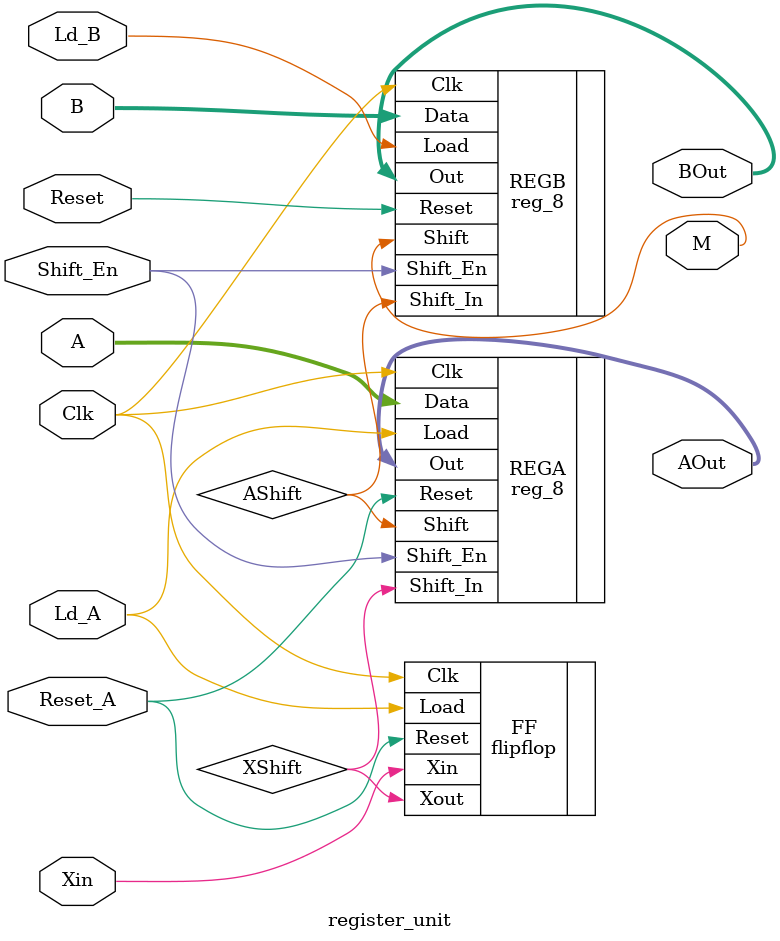
<source format=sv>
/*
Register_unit.sv by Anshul Desai (2020)
=======================================
Register unit module that carries two 8-bit register's A and B as well as a Flip Flop for output
*/
module register_unit (input  logic Clk, Reset, Reset_A, Xin, Ld_A, Ld_B, 
                            Shift_En,
                      input  logic [7:0]  A,
							 input  logic [7:0]  B, 
                      output logic M, 
                      output logic [7:0]  AOut,
                      output logic [7:0]  BOut);
		
	logic AShift, XShift;
	
	// Standard inputs received from clock (Clk), Ld_A, Reset_A, as well as our Xin, outputting to our local logic variable XShift
	flipflop FF (.Clk (Clk), .Load (Ld_A), .Reset (Reset_A), .Xin (Xin), .Xout (XShift));
	
	// Register loaded with inputs based off of selected modes from input to register unit, shift data loaded into our local logic variable AShift
	reg_8 REGA (.Clk (Clk), .Reset (Reset_A), .Shift_In (XShift), .Shift_En (Shift_En), .Load (Ld_A), .Data (A[7:0]), .Shift (AShift), .Out (AOut[7:0]));
	
	// Register loaded with inputs based off of selected modes from input to register unit
	reg_8 REGB (.Clk (Clk), .Reset (Reset), .Shift_In (AShift), .Shift_En (Shift_En), .Load (Ld_B), .Data (B[7:0]), .Shift (M), .Out (BOut[7:0]));

endmodule

</source>
